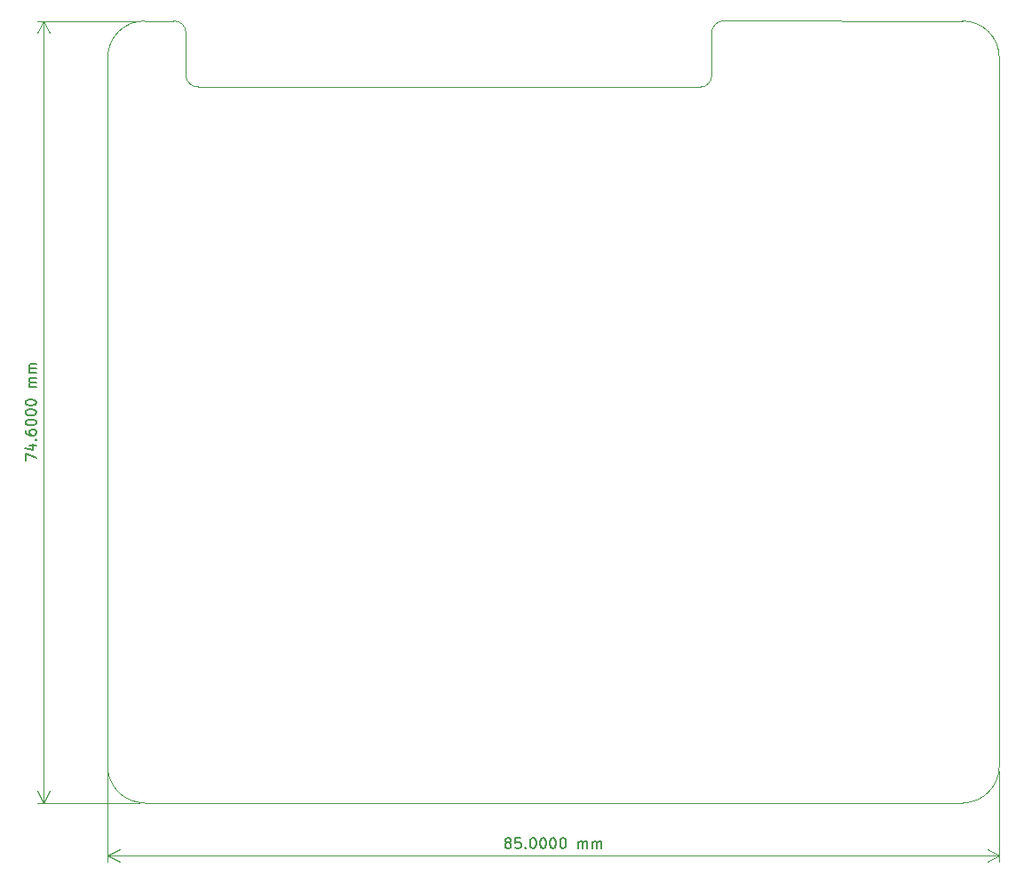
<source format=gbr>
%TF.GenerationSoftware,KiCad,Pcbnew,8.0.1*%
%TF.CreationDate,2025-04-10T18:27:20+05:30*%
%TF.ProjectId,GPIO HAT 2,4750494f-2048-4415-9420-322e6b696361,rev?*%
%TF.SameCoordinates,Original*%
%TF.FileFunction,Profile,NP*%
%FSLAX46Y46*%
G04 Gerber Fmt 4.6, Leading zero omitted, Abs format (unit mm)*
G04 Created by KiCad (PCBNEW 8.0.1) date 2025-04-10 18:27:20*
%MOMM*%
%LPD*%
G01*
G04 APERTURE LIST*
%ADD10C,0.150000*%
%TA.AperFunction,Profile*%
%ADD11C,0.050000*%
%TD*%
G04 APERTURE END LIST*
D10*
X147989919Y-104009765D02*
X147989919Y-103343099D01*
X147989919Y-103343099D02*
X148989919Y-103771670D01*
X148323252Y-102533575D02*
X148989919Y-102533575D01*
X147942300Y-102771670D02*
X148656585Y-103009765D01*
X148656585Y-103009765D02*
X148656585Y-102390718D01*
X148894680Y-102009765D02*
X148942300Y-101962146D01*
X148942300Y-101962146D02*
X148989919Y-102009765D01*
X148989919Y-102009765D02*
X148942300Y-102057384D01*
X148942300Y-102057384D02*
X148894680Y-102009765D01*
X148894680Y-102009765D02*
X148989919Y-102009765D01*
X147989919Y-101105004D02*
X147989919Y-101295480D01*
X147989919Y-101295480D02*
X148037538Y-101390718D01*
X148037538Y-101390718D02*
X148085157Y-101438337D01*
X148085157Y-101438337D02*
X148228014Y-101533575D01*
X148228014Y-101533575D02*
X148418490Y-101581194D01*
X148418490Y-101581194D02*
X148799442Y-101581194D01*
X148799442Y-101581194D02*
X148894680Y-101533575D01*
X148894680Y-101533575D02*
X148942300Y-101485956D01*
X148942300Y-101485956D02*
X148989919Y-101390718D01*
X148989919Y-101390718D02*
X148989919Y-101200242D01*
X148989919Y-101200242D02*
X148942300Y-101105004D01*
X148942300Y-101105004D02*
X148894680Y-101057385D01*
X148894680Y-101057385D02*
X148799442Y-101009766D01*
X148799442Y-101009766D02*
X148561347Y-101009766D01*
X148561347Y-101009766D02*
X148466109Y-101057385D01*
X148466109Y-101057385D02*
X148418490Y-101105004D01*
X148418490Y-101105004D02*
X148370871Y-101200242D01*
X148370871Y-101200242D02*
X148370871Y-101390718D01*
X148370871Y-101390718D02*
X148418490Y-101485956D01*
X148418490Y-101485956D02*
X148466109Y-101533575D01*
X148466109Y-101533575D02*
X148561347Y-101581194D01*
X147989919Y-100390718D02*
X147989919Y-100295480D01*
X147989919Y-100295480D02*
X148037538Y-100200242D01*
X148037538Y-100200242D02*
X148085157Y-100152623D01*
X148085157Y-100152623D02*
X148180395Y-100105004D01*
X148180395Y-100105004D02*
X148370871Y-100057385D01*
X148370871Y-100057385D02*
X148608966Y-100057385D01*
X148608966Y-100057385D02*
X148799442Y-100105004D01*
X148799442Y-100105004D02*
X148894680Y-100152623D01*
X148894680Y-100152623D02*
X148942300Y-100200242D01*
X148942300Y-100200242D02*
X148989919Y-100295480D01*
X148989919Y-100295480D02*
X148989919Y-100390718D01*
X148989919Y-100390718D02*
X148942300Y-100485956D01*
X148942300Y-100485956D02*
X148894680Y-100533575D01*
X148894680Y-100533575D02*
X148799442Y-100581194D01*
X148799442Y-100581194D02*
X148608966Y-100628813D01*
X148608966Y-100628813D02*
X148370871Y-100628813D01*
X148370871Y-100628813D02*
X148180395Y-100581194D01*
X148180395Y-100581194D02*
X148085157Y-100533575D01*
X148085157Y-100533575D02*
X148037538Y-100485956D01*
X148037538Y-100485956D02*
X147989919Y-100390718D01*
X147989919Y-99438337D02*
X147989919Y-99343099D01*
X147989919Y-99343099D02*
X148037538Y-99247861D01*
X148037538Y-99247861D02*
X148085157Y-99200242D01*
X148085157Y-99200242D02*
X148180395Y-99152623D01*
X148180395Y-99152623D02*
X148370871Y-99105004D01*
X148370871Y-99105004D02*
X148608966Y-99105004D01*
X148608966Y-99105004D02*
X148799442Y-99152623D01*
X148799442Y-99152623D02*
X148894680Y-99200242D01*
X148894680Y-99200242D02*
X148942300Y-99247861D01*
X148942300Y-99247861D02*
X148989919Y-99343099D01*
X148989919Y-99343099D02*
X148989919Y-99438337D01*
X148989919Y-99438337D02*
X148942300Y-99533575D01*
X148942300Y-99533575D02*
X148894680Y-99581194D01*
X148894680Y-99581194D02*
X148799442Y-99628813D01*
X148799442Y-99628813D02*
X148608966Y-99676432D01*
X148608966Y-99676432D02*
X148370871Y-99676432D01*
X148370871Y-99676432D02*
X148180395Y-99628813D01*
X148180395Y-99628813D02*
X148085157Y-99581194D01*
X148085157Y-99581194D02*
X148037538Y-99533575D01*
X148037538Y-99533575D02*
X147989919Y-99438337D01*
X147989919Y-98485956D02*
X147989919Y-98390718D01*
X147989919Y-98390718D02*
X148037538Y-98295480D01*
X148037538Y-98295480D02*
X148085157Y-98247861D01*
X148085157Y-98247861D02*
X148180395Y-98200242D01*
X148180395Y-98200242D02*
X148370871Y-98152623D01*
X148370871Y-98152623D02*
X148608966Y-98152623D01*
X148608966Y-98152623D02*
X148799442Y-98200242D01*
X148799442Y-98200242D02*
X148894680Y-98247861D01*
X148894680Y-98247861D02*
X148942300Y-98295480D01*
X148942300Y-98295480D02*
X148989919Y-98390718D01*
X148989919Y-98390718D02*
X148989919Y-98485956D01*
X148989919Y-98485956D02*
X148942300Y-98581194D01*
X148942300Y-98581194D02*
X148894680Y-98628813D01*
X148894680Y-98628813D02*
X148799442Y-98676432D01*
X148799442Y-98676432D02*
X148608966Y-98724051D01*
X148608966Y-98724051D02*
X148370871Y-98724051D01*
X148370871Y-98724051D02*
X148180395Y-98676432D01*
X148180395Y-98676432D02*
X148085157Y-98628813D01*
X148085157Y-98628813D02*
X148037538Y-98581194D01*
X148037538Y-98581194D02*
X147989919Y-98485956D01*
X148989919Y-96962146D02*
X148323252Y-96962146D01*
X148418490Y-96962146D02*
X148370871Y-96914527D01*
X148370871Y-96914527D02*
X148323252Y-96819289D01*
X148323252Y-96819289D02*
X148323252Y-96676432D01*
X148323252Y-96676432D02*
X148370871Y-96581194D01*
X148370871Y-96581194D02*
X148466109Y-96533575D01*
X148466109Y-96533575D02*
X148989919Y-96533575D01*
X148466109Y-96533575D02*
X148370871Y-96485956D01*
X148370871Y-96485956D02*
X148323252Y-96390718D01*
X148323252Y-96390718D02*
X148323252Y-96247861D01*
X148323252Y-96247861D02*
X148370871Y-96152622D01*
X148370871Y-96152622D02*
X148466109Y-96105003D01*
X148466109Y-96105003D02*
X148989919Y-96105003D01*
X148989919Y-95628813D02*
X148323252Y-95628813D01*
X148418490Y-95628813D02*
X148370871Y-95581194D01*
X148370871Y-95581194D02*
X148323252Y-95485956D01*
X148323252Y-95485956D02*
X148323252Y-95343099D01*
X148323252Y-95343099D02*
X148370871Y-95247861D01*
X148370871Y-95247861D02*
X148466109Y-95200242D01*
X148466109Y-95200242D02*
X148989919Y-95200242D01*
X148466109Y-95200242D02*
X148370871Y-95152623D01*
X148370871Y-95152623D02*
X148323252Y-95057385D01*
X148323252Y-95057385D02*
X148323252Y-94914528D01*
X148323252Y-94914528D02*
X148370871Y-94819289D01*
X148370871Y-94819289D02*
X148466109Y-94771670D01*
X148466109Y-94771670D02*
X148989919Y-94771670D01*
D11*
X158810100Y-136643100D02*
X149098680Y-136643100D01*
X158810100Y-62043100D02*
X149098680Y-62043100D01*
X149685100Y-136643100D02*
X149685100Y-62043100D01*
X149685100Y-136643100D02*
X149685100Y-62043100D01*
X149685100Y-136643100D02*
X149098679Y-135516596D01*
X149685100Y-136643100D02*
X150271521Y-135516596D01*
X149685100Y-62043100D02*
X150271521Y-63169604D01*
X149685100Y-62043100D02*
X149098679Y-63169604D01*
X213393688Y-63290943D02*
G75*
G02*
X214477599Y-62026784I1174012J90143D01*
G01*
X240810100Y-133143100D02*
G75*
G02*
X237310100Y-136643100I-3500000J0D01*
G01*
X237310100Y-136643100D02*
X159310100Y-136643100D01*
X237309738Y-62043017D02*
X214477600Y-62026800D01*
X240810100Y-133143100D02*
X240810100Y-65543100D01*
X237310100Y-62043100D02*
G75*
G02*
X240810100Y-65543100I0J-3500000D01*
G01*
X159310100Y-136643100D02*
G75*
G02*
X155810100Y-133143100I0J3500000D01*
G01*
X213393687Y-63290943D02*
X213394739Y-67215466D01*
X163271200Y-63106300D02*
X163271200Y-67297300D01*
X159310100Y-62043100D02*
X162084498Y-62043100D01*
X164457934Y-68325999D02*
G75*
G02*
X163271199Y-67297300I-79034J1107699D01*
G01*
X164457934Y-68326000D02*
X212318600Y-68354761D01*
X162084498Y-62043101D02*
G75*
G02*
X163271194Y-63106300I61702J-1124999D01*
G01*
X213394738Y-67215466D02*
G75*
G02*
X212318599Y-68354736I-1107738J-31534D01*
G01*
X155810100Y-65543097D02*
G75*
G02*
X159310100Y-62043000I3500300J-203D01*
G01*
X155810100Y-133143100D02*
X155810100Y-65543100D01*
D10*
X193881529Y-140401490D02*
X193786291Y-140353871D01*
X193786291Y-140353871D02*
X193738672Y-140306252D01*
X193738672Y-140306252D02*
X193691053Y-140211014D01*
X193691053Y-140211014D02*
X193691053Y-140163395D01*
X193691053Y-140163395D02*
X193738672Y-140068157D01*
X193738672Y-140068157D02*
X193786291Y-140020538D01*
X193786291Y-140020538D02*
X193881529Y-139972919D01*
X193881529Y-139972919D02*
X194072005Y-139972919D01*
X194072005Y-139972919D02*
X194167243Y-140020538D01*
X194167243Y-140020538D02*
X194214862Y-140068157D01*
X194214862Y-140068157D02*
X194262481Y-140163395D01*
X194262481Y-140163395D02*
X194262481Y-140211014D01*
X194262481Y-140211014D02*
X194214862Y-140306252D01*
X194214862Y-140306252D02*
X194167243Y-140353871D01*
X194167243Y-140353871D02*
X194072005Y-140401490D01*
X194072005Y-140401490D02*
X193881529Y-140401490D01*
X193881529Y-140401490D02*
X193786291Y-140449109D01*
X193786291Y-140449109D02*
X193738672Y-140496728D01*
X193738672Y-140496728D02*
X193691053Y-140591966D01*
X193691053Y-140591966D02*
X193691053Y-140782442D01*
X193691053Y-140782442D02*
X193738672Y-140877680D01*
X193738672Y-140877680D02*
X193786291Y-140925300D01*
X193786291Y-140925300D02*
X193881529Y-140972919D01*
X193881529Y-140972919D02*
X194072005Y-140972919D01*
X194072005Y-140972919D02*
X194167243Y-140925300D01*
X194167243Y-140925300D02*
X194214862Y-140877680D01*
X194214862Y-140877680D02*
X194262481Y-140782442D01*
X194262481Y-140782442D02*
X194262481Y-140591966D01*
X194262481Y-140591966D02*
X194214862Y-140496728D01*
X194214862Y-140496728D02*
X194167243Y-140449109D01*
X194167243Y-140449109D02*
X194072005Y-140401490D01*
X195167243Y-139972919D02*
X194691053Y-139972919D01*
X194691053Y-139972919D02*
X194643434Y-140449109D01*
X194643434Y-140449109D02*
X194691053Y-140401490D01*
X194691053Y-140401490D02*
X194786291Y-140353871D01*
X194786291Y-140353871D02*
X195024386Y-140353871D01*
X195024386Y-140353871D02*
X195119624Y-140401490D01*
X195119624Y-140401490D02*
X195167243Y-140449109D01*
X195167243Y-140449109D02*
X195214862Y-140544347D01*
X195214862Y-140544347D02*
X195214862Y-140782442D01*
X195214862Y-140782442D02*
X195167243Y-140877680D01*
X195167243Y-140877680D02*
X195119624Y-140925300D01*
X195119624Y-140925300D02*
X195024386Y-140972919D01*
X195024386Y-140972919D02*
X194786291Y-140972919D01*
X194786291Y-140972919D02*
X194691053Y-140925300D01*
X194691053Y-140925300D02*
X194643434Y-140877680D01*
X195643434Y-140877680D02*
X195691053Y-140925300D01*
X195691053Y-140925300D02*
X195643434Y-140972919D01*
X195643434Y-140972919D02*
X195595815Y-140925300D01*
X195595815Y-140925300D02*
X195643434Y-140877680D01*
X195643434Y-140877680D02*
X195643434Y-140972919D01*
X196310100Y-139972919D02*
X196405338Y-139972919D01*
X196405338Y-139972919D02*
X196500576Y-140020538D01*
X196500576Y-140020538D02*
X196548195Y-140068157D01*
X196548195Y-140068157D02*
X196595814Y-140163395D01*
X196595814Y-140163395D02*
X196643433Y-140353871D01*
X196643433Y-140353871D02*
X196643433Y-140591966D01*
X196643433Y-140591966D02*
X196595814Y-140782442D01*
X196595814Y-140782442D02*
X196548195Y-140877680D01*
X196548195Y-140877680D02*
X196500576Y-140925300D01*
X196500576Y-140925300D02*
X196405338Y-140972919D01*
X196405338Y-140972919D02*
X196310100Y-140972919D01*
X196310100Y-140972919D02*
X196214862Y-140925300D01*
X196214862Y-140925300D02*
X196167243Y-140877680D01*
X196167243Y-140877680D02*
X196119624Y-140782442D01*
X196119624Y-140782442D02*
X196072005Y-140591966D01*
X196072005Y-140591966D02*
X196072005Y-140353871D01*
X196072005Y-140353871D02*
X196119624Y-140163395D01*
X196119624Y-140163395D02*
X196167243Y-140068157D01*
X196167243Y-140068157D02*
X196214862Y-140020538D01*
X196214862Y-140020538D02*
X196310100Y-139972919D01*
X197262481Y-139972919D02*
X197357719Y-139972919D01*
X197357719Y-139972919D02*
X197452957Y-140020538D01*
X197452957Y-140020538D02*
X197500576Y-140068157D01*
X197500576Y-140068157D02*
X197548195Y-140163395D01*
X197548195Y-140163395D02*
X197595814Y-140353871D01*
X197595814Y-140353871D02*
X197595814Y-140591966D01*
X197595814Y-140591966D02*
X197548195Y-140782442D01*
X197548195Y-140782442D02*
X197500576Y-140877680D01*
X197500576Y-140877680D02*
X197452957Y-140925300D01*
X197452957Y-140925300D02*
X197357719Y-140972919D01*
X197357719Y-140972919D02*
X197262481Y-140972919D01*
X197262481Y-140972919D02*
X197167243Y-140925300D01*
X197167243Y-140925300D02*
X197119624Y-140877680D01*
X197119624Y-140877680D02*
X197072005Y-140782442D01*
X197072005Y-140782442D02*
X197024386Y-140591966D01*
X197024386Y-140591966D02*
X197024386Y-140353871D01*
X197024386Y-140353871D02*
X197072005Y-140163395D01*
X197072005Y-140163395D02*
X197119624Y-140068157D01*
X197119624Y-140068157D02*
X197167243Y-140020538D01*
X197167243Y-140020538D02*
X197262481Y-139972919D01*
X198214862Y-139972919D02*
X198310100Y-139972919D01*
X198310100Y-139972919D02*
X198405338Y-140020538D01*
X198405338Y-140020538D02*
X198452957Y-140068157D01*
X198452957Y-140068157D02*
X198500576Y-140163395D01*
X198500576Y-140163395D02*
X198548195Y-140353871D01*
X198548195Y-140353871D02*
X198548195Y-140591966D01*
X198548195Y-140591966D02*
X198500576Y-140782442D01*
X198500576Y-140782442D02*
X198452957Y-140877680D01*
X198452957Y-140877680D02*
X198405338Y-140925300D01*
X198405338Y-140925300D02*
X198310100Y-140972919D01*
X198310100Y-140972919D02*
X198214862Y-140972919D01*
X198214862Y-140972919D02*
X198119624Y-140925300D01*
X198119624Y-140925300D02*
X198072005Y-140877680D01*
X198072005Y-140877680D02*
X198024386Y-140782442D01*
X198024386Y-140782442D02*
X197976767Y-140591966D01*
X197976767Y-140591966D02*
X197976767Y-140353871D01*
X197976767Y-140353871D02*
X198024386Y-140163395D01*
X198024386Y-140163395D02*
X198072005Y-140068157D01*
X198072005Y-140068157D02*
X198119624Y-140020538D01*
X198119624Y-140020538D02*
X198214862Y-139972919D01*
X199167243Y-139972919D02*
X199262481Y-139972919D01*
X199262481Y-139972919D02*
X199357719Y-140020538D01*
X199357719Y-140020538D02*
X199405338Y-140068157D01*
X199405338Y-140068157D02*
X199452957Y-140163395D01*
X199452957Y-140163395D02*
X199500576Y-140353871D01*
X199500576Y-140353871D02*
X199500576Y-140591966D01*
X199500576Y-140591966D02*
X199452957Y-140782442D01*
X199452957Y-140782442D02*
X199405338Y-140877680D01*
X199405338Y-140877680D02*
X199357719Y-140925300D01*
X199357719Y-140925300D02*
X199262481Y-140972919D01*
X199262481Y-140972919D02*
X199167243Y-140972919D01*
X199167243Y-140972919D02*
X199072005Y-140925300D01*
X199072005Y-140925300D02*
X199024386Y-140877680D01*
X199024386Y-140877680D02*
X198976767Y-140782442D01*
X198976767Y-140782442D02*
X198929148Y-140591966D01*
X198929148Y-140591966D02*
X198929148Y-140353871D01*
X198929148Y-140353871D02*
X198976767Y-140163395D01*
X198976767Y-140163395D02*
X199024386Y-140068157D01*
X199024386Y-140068157D02*
X199072005Y-140020538D01*
X199072005Y-140020538D02*
X199167243Y-139972919D01*
X200691053Y-140972919D02*
X200691053Y-140306252D01*
X200691053Y-140401490D02*
X200738672Y-140353871D01*
X200738672Y-140353871D02*
X200833910Y-140306252D01*
X200833910Y-140306252D02*
X200976767Y-140306252D01*
X200976767Y-140306252D02*
X201072005Y-140353871D01*
X201072005Y-140353871D02*
X201119624Y-140449109D01*
X201119624Y-140449109D02*
X201119624Y-140972919D01*
X201119624Y-140449109D02*
X201167243Y-140353871D01*
X201167243Y-140353871D02*
X201262481Y-140306252D01*
X201262481Y-140306252D02*
X201405338Y-140306252D01*
X201405338Y-140306252D02*
X201500577Y-140353871D01*
X201500577Y-140353871D02*
X201548196Y-140449109D01*
X201548196Y-140449109D02*
X201548196Y-140972919D01*
X202024386Y-140972919D02*
X202024386Y-140306252D01*
X202024386Y-140401490D02*
X202072005Y-140353871D01*
X202072005Y-140353871D02*
X202167243Y-140306252D01*
X202167243Y-140306252D02*
X202310100Y-140306252D01*
X202310100Y-140306252D02*
X202405338Y-140353871D01*
X202405338Y-140353871D02*
X202452957Y-140449109D01*
X202452957Y-140449109D02*
X202452957Y-140972919D01*
X202452957Y-140449109D02*
X202500576Y-140353871D01*
X202500576Y-140353871D02*
X202595814Y-140306252D01*
X202595814Y-140306252D02*
X202738671Y-140306252D01*
X202738671Y-140306252D02*
X202833910Y-140353871D01*
X202833910Y-140353871D02*
X202881529Y-140449109D01*
X202881529Y-140449109D02*
X202881529Y-140972919D01*
D11*
X155810100Y-133643100D02*
X155810100Y-142254520D01*
X240810100Y-133643100D02*
X240810100Y-142254520D01*
X155810100Y-141668100D02*
X240810100Y-141668100D01*
X155810100Y-141668100D02*
X240810100Y-141668100D01*
X155810100Y-141668100D02*
X156936604Y-141081679D01*
X155810100Y-141668100D02*
X156936604Y-142254521D01*
X240810100Y-141668100D02*
X239683596Y-142254521D01*
X240810100Y-141668100D02*
X239683596Y-141081679D01*
M02*

</source>
